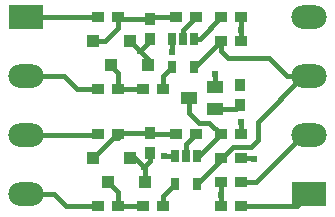
<source format=gtl>
G04 #@! TF.GenerationSoftware,KiCad,Pcbnew,5.1.2-f72e74a~84~ubuntu18.04.1*
G04 #@! TF.CreationDate,2019-05-27T13:07:39-06:00*
G04 #@! TF.ProjectId,sprinkler_node_buffer,73707269-6e6b-46c6-9572-5f6e6f64655f,rev?*
G04 #@! TF.SameCoordinates,Original*
G04 #@! TF.FileFunction,Copper,L1,Top*
G04 #@! TF.FilePolarity,Positive*
%FSLAX46Y46*%
G04 Gerber Fmt 4.6, Leading zero omitted, Abs format (unit mm)*
G04 Created by KiCad (PCBNEW 5.1.2-f72e74a~84~ubuntu18.04.1) date 2019-05-27 13:07:39*
%MOMM*%
%LPD*%
G04 APERTURE LIST*
%ADD10R,3.000000X2.000000*%
%ADD11O,3.000000X2.000000*%
%ADD12R,1.000000X0.950000*%
%ADD13R,1.100000X1.000000*%
%ADD14R,1.400000X1.000000*%
%ADD15R,0.950000X1.000000*%
%ADD16R,0.700000X1.000000*%
%ADD17C,0.609600*%
%ADD18C,0.381000*%
G04 APERTURE END LIST*
D10*
X65278000Y-59436000D03*
D11*
X65278000Y-54436000D03*
X65278000Y-49436000D03*
X65278000Y-44436000D03*
D12*
X57849000Y-60452000D03*
X59499000Y-60452000D03*
X59499000Y-58420000D03*
X57849000Y-58420000D03*
X49085000Y-44450000D03*
X47435000Y-44450000D03*
X47435000Y-54356000D03*
X49085000Y-54356000D03*
X49085000Y-60452000D03*
X47435000Y-60452000D03*
X47435000Y-50546000D03*
X49085000Y-50546000D03*
D13*
X46939000Y-46482000D03*
X50089000Y-46482000D03*
X50089000Y-56388000D03*
X46939000Y-56388000D03*
X51613000Y-48514000D03*
X48463000Y-48514000D03*
X48209000Y-58420000D03*
X51359000Y-58420000D03*
D11*
X41275000Y-59450000D03*
X41275000Y-54450000D03*
X41275000Y-49450000D03*
D10*
X41275000Y-44450000D03*
D14*
X57318000Y-52258000D03*
X57318000Y-50358000D03*
X55118000Y-51308000D03*
D15*
X51816000Y-44641000D03*
X51816000Y-46291000D03*
X51816000Y-55943000D03*
X51816000Y-54293000D03*
X59436000Y-50229000D03*
X59436000Y-51879000D03*
D12*
X57849000Y-44450000D03*
X59499000Y-44450000D03*
X54039000Y-44450000D03*
X55689000Y-44450000D03*
X57849000Y-54356000D03*
X59499000Y-54356000D03*
X54039000Y-54356000D03*
X55689000Y-54356000D03*
X52895000Y-50546000D03*
X51245000Y-50546000D03*
X51245000Y-60452000D03*
X52895000Y-60452000D03*
D16*
X55560000Y-46298000D03*
X54610000Y-46298000D03*
X53660000Y-46298000D03*
X53660000Y-48698000D03*
X55560000Y-48698000D03*
X55814000Y-58604000D03*
X53914000Y-58604000D03*
X53914000Y-56204000D03*
X54864000Y-56204000D03*
X55814000Y-56204000D03*
D12*
X59499000Y-56388000D03*
X57849000Y-56388000D03*
X57849000Y-46482000D03*
X59499000Y-46482000D03*
D17*
X51308000Y-57150000D03*
X52959000Y-56184800D03*
X57835800Y-59486800D03*
X60604400Y-56413400D03*
X57327800Y-49276000D03*
X59486800Y-45491400D03*
X50952400Y-47320200D03*
X53644800Y-47396400D03*
X59486800Y-53289200D03*
D18*
X51359000Y-58420000D02*
X51359000Y-57201000D01*
X51359000Y-57201000D02*
X51308000Y-57150000D01*
X51816000Y-56642000D02*
X51308000Y-57150000D01*
X51816000Y-55943000D02*
X51816000Y-56642000D01*
X50546000Y-56388000D02*
X51308000Y-57150000D01*
X50089000Y-56388000D02*
X50546000Y-56388000D01*
X53914000Y-56204000D02*
X52978200Y-56204000D01*
X52978200Y-56204000D02*
X52959000Y-56184800D01*
X57849000Y-60452000D02*
X57849000Y-59500000D01*
X57849000Y-59500000D02*
X57835800Y-59486800D01*
X57849000Y-59473600D02*
X57835800Y-59486800D01*
X57849000Y-58420000D02*
X57849000Y-59473600D01*
X59499000Y-56388000D02*
X60579000Y-56388000D01*
X60579000Y-56388000D02*
X60604400Y-56413400D01*
X57318000Y-50358000D02*
X57318000Y-49285800D01*
X57318000Y-49285800D02*
X57327800Y-49276000D01*
X59499000Y-46482000D02*
X59499000Y-45503600D01*
X59499000Y-45503600D02*
X59486800Y-45491400D01*
X59499000Y-45479200D02*
X59486800Y-45491400D01*
X59499000Y-44450000D02*
X59499000Y-45479200D01*
X50089000Y-46482000D02*
X50114200Y-46482000D01*
X50114200Y-46482000D02*
X50952400Y-47320200D01*
X51816000Y-46456600D02*
X50952400Y-47320200D01*
X51816000Y-46291000D02*
X51816000Y-46456600D01*
X51613000Y-47980800D02*
X50952400Y-47320200D01*
X51613000Y-48514000D02*
X51613000Y-47980800D01*
X53660000Y-46298000D02*
X53660000Y-47381200D01*
X53660000Y-47381200D02*
X53644800Y-47396400D01*
X59499000Y-53301400D02*
X59486800Y-53289200D01*
X59499000Y-54356000D02*
X59499000Y-53301400D01*
X64262000Y-60452000D02*
X65278000Y-59436000D01*
X59499000Y-60452000D02*
X64262000Y-60452000D01*
X64778000Y-54436000D02*
X65278000Y-54436000D01*
X60794000Y-58420000D02*
X64778000Y-54436000D01*
X59499000Y-58420000D02*
X60794000Y-58420000D01*
X52007000Y-44450000D02*
X51816000Y-44641000D01*
X54039000Y-44450000D02*
X52007000Y-44450000D01*
X49276000Y-44641000D02*
X49085000Y-44450000D01*
X51816000Y-44641000D02*
X49276000Y-44641000D01*
X49085000Y-44450000D02*
X49085000Y-45352200D01*
X47955200Y-46482000D02*
X46939000Y-46482000D01*
X49085000Y-45352200D02*
X47955200Y-46482000D01*
X41275000Y-44450000D02*
X47435000Y-44450000D01*
X47341000Y-54450000D02*
X47435000Y-54356000D01*
X41275000Y-54450000D02*
X47341000Y-54450000D01*
X51879000Y-54356000D02*
X51816000Y-54293000D01*
X54039000Y-54356000D02*
X51879000Y-54356000D01*
X49148000Y-54293000D02*
X49085000Y-54356000D01*
X51816000Y-54293000D02*
X49148000Y-54293000D01*
X49085000Y-54356000D02*
X48818800Y-54622200D01*
X48703000Y-54674000D02*
X46989000Y-56388000D01*
X46989000Y-56388000D02*
X46939000Y-56388000D01*
X49085000Y-54674000D02*
X48703000Y-54674000D01*
X49085000Y-54356000D02*
X49085000Y-54674000D01*
X48209000Y-58420000D02*
X48260000Y-58420000D01*
X49085000Y-59245000D02*
X49085000Y-60452000D01*
X48260000Y-58420000D02*
X49085000Y-59245000D01*
X49085000Y-60452000D02*
X51245000Y-60452000D01*
X41275000Y-59450000D02*
X43702000Y-59450000D01*
X44704000Y-60452000D02*
X47435000Y-60452000D01*
X43702000Y-59450000D02*
X44704000Y-60452000D01*
X41275000Y-49450000D02*
X44547800Y-49450000D01*
X45643800Y-50546000D02*
X47435000Y-50546000D01*
X44547800Y-49450000D02*
X45643800Y-50546000D01*
X49085000Y-49136000D02*
X49085000Y-50546000D01*
X48463000Y-48514000D02*
X49085000Y-49136000D01*
X49085000Y-50546000D02*
X51245000Y-50546000D01*
X57849000Y-56569000D02*
X55814000Y-58604000D01*
X57849000Y-56388000D02*
X57849000Y-56569000D01*
X55633000Y-48698000D02*
X57849000Y-46482000D01*
X55560000Y-48698000D02*
X55633000Y-48698000D01*
X57849000Y-47338000D02*
X58390000Y-47879000D01*
X57849000Y-46482000D02*
X57849000Y-47338000D01*
X61840000Y-47879000D02*
X63397000Y-49436000D01*
X63397000Y-49436000D02*
X65278000Y-49436000D01*
X58390000Y-47879000D02*
X61840000Y-47879000D01*
X64778000Y-49436000D02*
X65278000Y-49436000D01*
X57874000Y-56388000D02*
X58839200Y-55422800D01*
X58839200Y-55422800D02*
X60325000Y-55422800D01*
X57849000Y-56388000D02*
X57874000Y-56388000D01*
X60909200Y-54838600D02*
X60909200Y-53304800D01*
X60325000Y-55422800D02*
X60909200Y-54838600D01*
X60909200Y-53304800D02*
X64778000Y-49436000D01*
X59057000Y-52258000D02*
X59436000Y-51879000D01*
X57318000Y-52258000D02*
X59057000Y-52258000D01*
X57824000Y-54356000D02*
X57849000Y-54356000D01*
X55976000Y-56204000D02*
X57824000Y-54356000D01*
X55814000Y-56204000D02*
X55976000Y-56204000D01*
X57849000Y-54356000D02*
X57785000Y-54356000D01*
X57785000Y-54356000D02*
X56794400Y-53365400D01*
X56794400Y-53365400D02*
X55956200Y-53365400D01*
X55118000Y-52527200D02*
X55118000Y-51308000D01*
X55956200Y-53365400D02*
X55118000Y-52527200D01*
X56001000Y-46298000D02*
X57849000Y-44450000D01*
X55560000Y-46298000D02*
X56001000Y-46298000D01*
X54610000Y-45529000D02*
X55689000Y-44450000D01*
X54610000Y-46298000D02*
X54610000Y-45529000D01*
X54864000Y-55181000D02*
X55689000Y-54356000D01*
X54864000Y-56204000D02*
X54864000Y-55181000D01*
X52895000Y-49463000D02*
X53660000Y-48698000D01*
X52895000Y-50546000D02*
X52895000Y-49463000D01*
X52895000Y-59623000D02*
X53914000Y-58604000D01*
X52895000Y-60452000D02*
X52895000Y-59623000D01*
M02*

</source>
